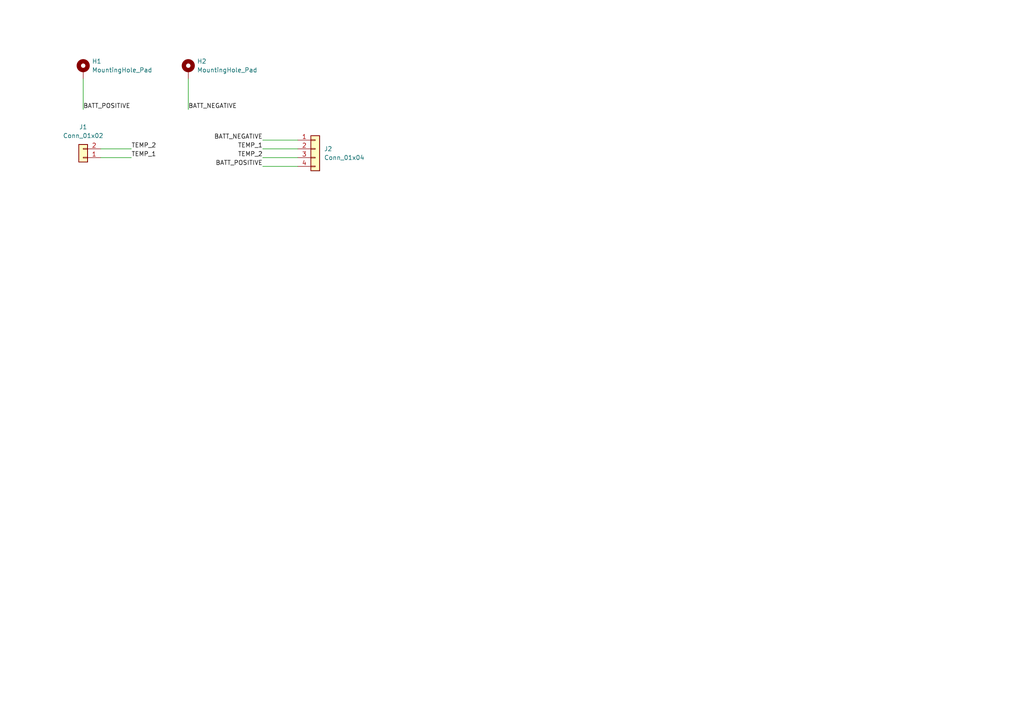
<source format=kicad_sch>
(kicad_sch (version 20231120) (generator "eeschema") (generator_version "8.0")
  (paper "A4")
  (lib_symbols
    (symbol "Connector_Generic:Conn_01x02" (pin_names (offset 1.016) hide)
      (property "Reference" "J" (at 0 2.54 0))
      (property "Value" "Conn_01x02" (at 0 -5.08 0))
      (symbol "Conn_01x02_1_1"
        (rectangle (start -1.27 -2.413) (end 0 -2.667) (stroke (width 0.1524)))
        (rectangle (start -1.27 0.127) (end 0 -0.127) (stroke (width 0.1524)))
        (rectangle (start -1.27 1.27) (end 1.27 -3.81) (stroke (width 0.254)) (fill (type background)))
        (pin passive line (at -5.08 0 0) (length 3.81) (name "Pin_1") (number "1"))
        (pin passive line (at -5.08 -2.54 0) (length 3.81) (name "Pin_2") (number "2"))
      )
    )
    (symbol "Connector_Generic:Conn_01x04" (pin_names (offset 1.016) hide)
      (property "Reference" "J" (at 0 5.08 0))
      (property "Value" "Conn_01x04" (at 0 -7.62 0))
      (symbol "Conn_01x04_1_1"
        (rectangle (start -1.27 -4.953) (end 0 -5.207) (stroke (width 0.1524)))
        (rectangle (start -1.27 -2.413) (end 0 -2.667) (stroke (width 0.1524)))
        (rectangle (start -1.27 0.127) (end 0 -0.127) (stroke (width 0.1524)))
        (rectangle (start -1.27 2.667) (end 0 2.413) (stroke (width 0.1524)))
        (rectangle (start -1.27 3.81) (end 1.27 -6.35) (stroke (width 0.254)) (fill (type background)))
        (pin passive line (at -5.08 2.54 0) (length 3.81) (name "Pin_1") (number "1"))
        (pin passive line (at -5.08 0 0) (length 3.81) (name "Pin_2") (number "2"))
        (pin passive line (at -5.08 -2.54 0) (length 3.81) (name "Pin_3") (number "3"))
        (pin passive line (at -5.08 -5.08 0) (length 3.81) (name "Pin_4") (number "4"))
      )
    )
    (symbol "Mechanical:MountingHole_Pad" (pin_numbers hide) (pin_names (offset 1.016) hide) (exclude_from_sim yes) (in_bom no)
      (property "Reference" "H" (at 0 6.35 0))
      (property "Value" "MountingHole_Pad" (at 0 4.445 0))
      (symbol "MountingHole_Pad_0_1"
        (circle (center 0 1.27) (radius 1.27) (stroke (width 1.27)))
      )
      (symbol "MountingHole_Pad_1_1"
        (pin input line (at 0 -2.54 90) (length 2.54) (name "1") (number "1"))
      )
    )
  )
  (wire (pts (xy 76.2 43.18) (xy 86.36 43.18)))
  (wire (pts (xy 76.2 40.64) (xy 86.36 40.64)))
  (wire (pts (xy 76.2 45.72) (xy 86.36 45.72)))
  (wire (pts (xy 24.13 22.86) (xy 24.13 31.75)))
  (wire (pts (xy 76.2 48.26) (xy 86.36 48.26)))
  (wire (pts (xy 54.61 22.86) (xy 54.61 31.75)))
  (wire (pts (xy 29.21 43.18) (xy 38.1 43.18)))
  (wire (pts (xy 29.21 45.72) (xy 38.1 45.72)))
  (label "TEMP_1" (at 76.2 43.18 180))
  (label "BATT_NEGATIVE" (at 54.61 31.75 0))
  (label "BATT_POSITIVE" (at 76.2 48.26 180))
  (label "TEMP_2" (at 38.1 43.18 0))
  (label "BATT_NEGATIVE" (at 76.2 40.64 180))
  (label "TEMP_1" (at 38.1 45.72 0))
  (label "TEMP_2" (at 76.2 45.72 180))
  (label "BATT_POSITIVE" (at 24.13 31.75 0))
  (symbol (lib_id "Mechanical:MountingHole_Pad") (at 24.13 20.32 0) (unit 1) (exclude_from_sim yes) (in_bom no)
    (property "Reference" "H1" (at 26.67 17.7799 0) (effects (justify left)))
    (property "Value" "MountingHole_Pad" (at 26.67 20.3199 0) (effects (justify left)))
    (property "Footprint" "MountingHole:MountingHole_3.2mm_M3_DIN965_Pad_TopBottom" (effects (hide yes)))
    (property "Description" "Mounting Hole with connection" (effects (hide yes)))
  )
  (symbol (lib_id "Connector_Generic:Conn_01x02") (at 24.13 45.72 180) (unit 1)
    (property "Reference" "J1" (at 24.13 36.83 0))
    (property "Value" "Conn_01x02" (at 24.13 39.37 0))
    (property "Footprint" "footprints:CONN_S2B-PH-K-S_JST" (effects (hide yes)))
    (property "Description" "Generic connector, single row, 01x02, script generated (kicad-library-utils/schlib/autogen/connector/)" (effects (hide yes)))
  )
  (symbol (lib_id "Mechanical:MountingHole_Pad") (at 54.61 20.32 0) (unit 1) (exclude_from_sim yes) (in_bom no)
    (property "Reference" "H2" (at 57.15 17.7799 0) (effects (justify left)))
    (property "Value" "MountingHole_Pad" (at 57.15 20.3199 0) (effects (justify left)))
    (property "Footprint" "MountingHole:MountingHole_3.2mm_M3_DIN965_Pad_TopBottom" (effects (hide yes)))
    (property "Description" "Mounting Hole with connection" (effects (hide yes)))
  )
  (symbol (lib_id "Connector_Generic:Conn_01x04") (at 91.44 43.18 0) (unit 1)
    (property "Reference" "J2" (at 93.98 43.1799 0) (effects (justify left)))
    (property "Value" "Conn_01x04" (at 93.98 45.7199 0) (effects (justify left)))
    (property "Footprint" "footprints:CON_436500400_MOL" (effects (hide yes)))
    (property "Description" "Generic connector, single row, 01x04, script generated (kicad-library-utils/schlib/autogen/connector/)" (effects (hide yes)))
  )
)
</source>
